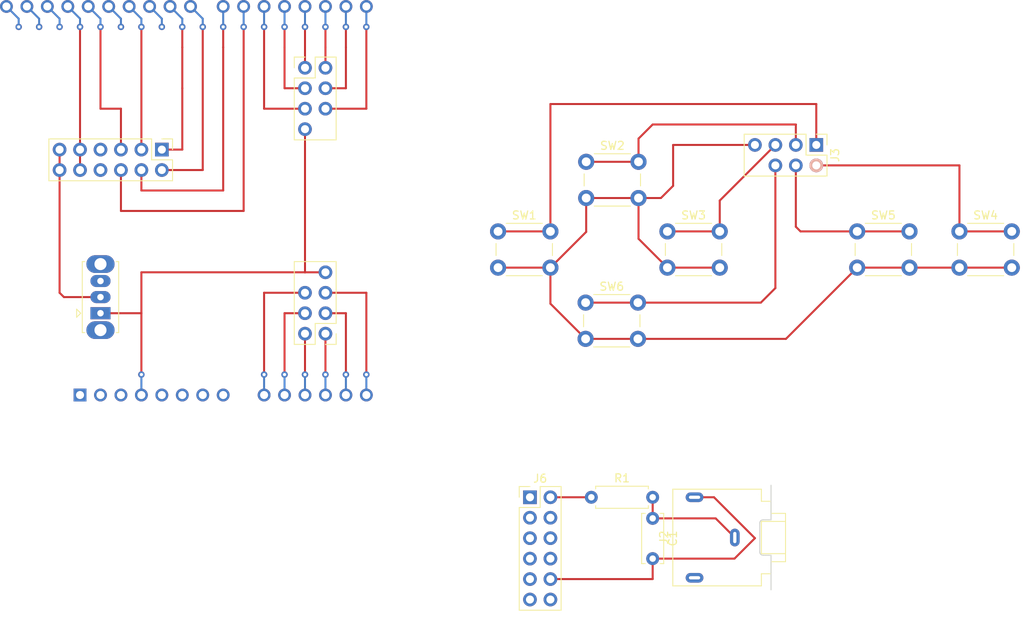
<source format=kicad_pcb>
(kicad_pcb (version 20221018) (generator pcbnew)
  (layers (0 "F.Cu" signal) (31 "B.Cu" signal) (34 "B.Paste" user) (35 "F.Paste" user) (36 "B.SilkS" user "B.Silkscreen") (37 "F.SilkS" user "F.Silkscreen") (38 "B.Mask" user) (39 "F.Mask" user) (44 "Edge.Cuts" user))
  (net 0 "")
  (net 4 "VCC")
  (net 6 "GND")
  (net 8 "unused")
  (net 9 "PPU_HBLANK")
  (net 10 "SPI_SR")
  (net 11 "PPU_VBLANK")
  (net 12 "unconnected-(A1-D10-Pad25)")
  (net 13 "SPI_MOSI")
  (net 14 "unconnected-(A1-D12-Pad27)")
  (net 15 "SPI_CLK")
  (net 16 "unconnected-(A1-AREF-Pad30)")
  (net 17 "unconnected-(A1-SDA{slash}A4-Pad31)")
  (net 18 "unconnected-(A1-SCL{slash}A5-Pad32)")
  (net 19 "Net-(C1-Pad1)")
  (net 21 "Net-(J1-Pin_12)")
  (net 29 "Net-(J6-Pin_7)")
  (net 34 "Net-(J3-UP)")
  (net 35 "Net-(J3-DOWN)")
  (net 36 "Net-(J3-LEFT)")
  (net 37 "Net-(J3-VCC)")
  (net 38 "Net-(J3-RIGHT)")
  (net 39 "Net-(J3-PRIMARY)")
  (net 40 "Net-(J3-SECONDARY)")
  (net 41 "GP_P1_BUT_2")
  (net 42 "GP_P1_BUT_1")
  (net 43 "GP_P1_RIGHT")
  (net 44 "GP_P1_LEFT")
  (net 45 "GP_P1_DOWN")
  (net 46 "GP_P1_UP")
  (net 47 "GP_P2_UP")
  (net 48 "GP_P2_DOWN")
  (net 49 "GP_P2_LEFT")
  (net 50 "GP_P2_RIGHT")
  (net 51 "GP_P2_BUT_1")
  (net 52 "GP_P2_BUT_2")
  (footprint "Connector_PinHeader_2.54mm:PinHeader_2x06_P2.54mm_Vertical" (layer "F.Cu") (at 38.1 35.56 -90)
    (fp_text reference "J1" hide)
    (fp_text value "BASYS_JA" hide)
    (fp_line (start -1.33 -1.33) (end 0 -1.33) (stroke (width 0.12)) (layer "F.SilkS"))
    (fp_line (start -1.33 0) (end -1.33 -1.33) (stroke (width 0.12)) (layer "F.SilkS"))
    (fp_line (start -1.33 1.27) (end -1.33 14.03) (stroke (width 0.12)) (layer "F.SilkS"))
    (fp_line (start -1.33 1.27) (end 1.27 1.27) (stroke (width 0.12)) (layer "F.SilkS"))
    (fp_line (start -1.33 14.03) (end 3.87 14.03) (stroke (width 0.12)) (layer "F.SilkS"))
    (fp_line (start 1.27 -1.33) (end 3.87 -1.33) (stroke (width 0.12)) (layer "F.SilkS"))
    (fp_line (start 1.27 1.27) (end 1.27 -1.33) (stroke (width 0.12)) (layer "F.SilkS"))
    (fp_line (start 3.87 -1.33) (end 3.87 14.03) (stroke (width 0.12)) (layer "F.SilkS"))
    (pad "1" thru_hole rect (at 0 0 270) (size 1.7 1.7) (drill 1) (layers "*.Cu" "*.Mask") (net 11 "PPU_VBLANK"))
    (pad "2" thru_hole oval (at 0 2.54 270) (size 1.7 1.7) (drill 1) (layers "*.Cu" "*.Mask") (net 13 "SPI_MOSI"))
    (pad "3" thru_hole oval (at 0 5.08 270) (size 1.7 1.7) (drill 1) (layers "*.Cu" "*.Mask") (net 15 "SPI_CLK"))
    (pad "4" thru_hole oval (at 0 7.62 270) (size 1.7 1.7) (drill 1) (layers "*.Cu" "*.Mask"))
    (pad "5" thru_hole oval (at 0 10.16 270) (size 1.7 1.7) (drill 1) (layers "*.Cu" "*.Mask") (net 6 "GND"))
    (pad "6" thru_hole oval (at 0 12.7 270) (size 1.7 1.7) (drill 1) (layers "*.Cu" "*.Mask") (net 21 "Net-(J1-Pin_12)"))
    (pad "7" thru_hole oval (at 2.54 0 270) (size 1.7 1.7) (drill 1) (layers "*.Cu" "*.Mask") (net 10 "SPI_SR"))
    (pad "8" thru_hole oval (at 2.54 2.54 270) (size 1.7 1.7) (drill 1) (layers "*.Cu" "*.Mask") (net 9 "PPU_HBLANK"))
    (pad "9" thru_hole oval (at 2.54 5.08 270) (size 1.7 1.7) (drill 1) (layers "*.Cu" "*.Mask") (net 8 "unused"))
    (pad "10" thru_hole oval (at 2.54 7.62 270) (size 1.7 1.7) (drill 1) (layers "*.Cu" "*.Mask"))
    (pad "11" thru_hole oval (at 2.54 10.16 270) (size 1.7 1.7) (drill 1) (layers "*.Cu" "*.Mask") (net 6 "GND"))
    (pad "12" thru_hole oval (at 2.54 12.7 270) (size 1.7 1.7) (drill 1) (layers "*.Cu" "*.Mask") (net 21 "Net-(J1-Pin_12)"))
  )
  (footprint "Button_Switch_THT:SW_PUSH_6mm" (layer "F.Cu") (at 79.86 45.72)
    (fp_text reference "SW1" (at 3.25 -2) (layer "F.SilkS"))
    (fp_text value "LEFT")
    (fp_line (start -0.25 1.5) (end -0.25 3) (stroke (width 0.12)) (layer "F.SilkS"))
    (fp_line (start 1 5.5) (end 5.5 5.5) (stroke (width 0.12)) (layer "F.SilkS"))
    (fp_line (start 5.5 -1) (end 1 -1) (stroke (width 0.12)) (layer "F.SilkS"))
    (fp_line (start 6.75 3) (end 6.75 1.5) (stroke (width 0.12)) (layer "F.SilkS"))
    (pad "1" thru_hole circle (at 0 0 90) (size 2 2) (drill 1.1) (layers "*.Cu" "*.Mask") (net 34 "Net-(J3-UP)"))
    (pad "1" thru_hole circle (at 6.5 0 90) (size 2 2) (drill 1.1) (layers "*.Cu" "*.Mask") (net 34 "Net-(J3-UP)"))
    (pad "2" thru_hole circle (at 0 4.5 90) (size 2 2) (drill 1.1) (layers "*.Cu" "*.Mask") (net 37 "Net-(J3-VCC)"))
    (pad "2" thru_hole circle (at 6.5 4.5 90) (size 2 2) (drill 1.1) (layers "*.Cu" "*.Mask") (net 37 "Net-(J3-VCC)"))
  )
  (footprint "Connector_PinHeader_2.54mm:PinHeader_2x04_P2.54mm_Vertical" (layer "F.Cu") (at 58.42 58.42 180)
    (fp_text reference "J8" hide)
    (fp_text value "GAMEPAD_2" hide)
    (fp_line (start -1.33 -1.33) (end 0 -1.33) (stroke (width 0.12)) (layer "F.SilkS"))
    (fp_line (start -1.33 0) (end -1.33 -1.33) (stroke (width 0.12)) (layer "F.SilkS"))
    (fp_line (start -1.33 1.27) (end -1.33 8.95) (stroke (width 0.12)) (layer "F.SilkS"))
    (fp_line (start -1.33 1.27) (end 1.27 1.27) (stroke (width 0.12)) (layer "F.SilkS"))
    (fp_line (start -1.33 8.95) (end 3.87 8.95) (stroke (width 0.12)) (layer "F.SilkS"))
    (fp_line (start 1.27 -1.33) (end 3.87 -1.33) (stroke (width 0.12)) (layer "F.SilkS"))
    (fp_line (start 1.27 1.27) (end 1.27 -1.33) (stroke (width 0.12)) (layer "F.SilkS"))
    (fp_line (start 3.87 -1.33) (end 3.87 8.95) (stroke (width 0.12)) (layer "F.SilkS"))
    (pad "1" thru_hole circle (at 0 0 180) (size 1.7 1.7) (drill 1) (layers "*.Cu" "*.Mask") (net 49 "GP_P2_LEFT"))
    (pad "2" thru_hole oval (at 0 2.54 180) (size 1.7 1.7) (drill 1) (layers "*.Cu" "*.Mask") (net 47 "GP_P2_UP"))
    (pad "3" thru_hole oval (at 0 5.08 180) (size 1.7 1.7) (drill 1) (layers "*.Cu" "*.Mask") (net 50 "GP_P2_RIGHT"))
    (pad "4" thru_hole oval (at 0 7.62 180) (size 1.7 1.7) (drill 1) (layers "*.Cu" "*.Mask") (net 4 "VCC"))
    (pad "5" thru_hole oval (at 2.54 0 180) (size 1.7 1.7) (drill 1) (layers "*.Cu" "*.Mask") (net 51 "GP_P2_BUT_1"))
    (pad "6" thru_hole oval (at 2.54 2.54 180) (size 1.7 1.7) (drill 1) (layers "*.Cu" "*.Mask") (net 52 "GP_P2_BUT_2"))
    (pad "7" thru_hole oval (at 2.54 5.08 180) (size 1.7 1.7) (drill 1) (layers "*.Cu" "*.Mask") (net 48 "GP_P2_DOWN"))
  )
  (footprint "Button_Switch_THT:SW_PUSH_6mm" (layer "F.Cu") (at 137.16 45.72)
    (fp_text reference "SW4" (at 3.25 -2) (layer "F.SilkS"))
    (fp_text value "PRIMARY")
    (fp_line (start -0.25 1.5) (end -0.25 3) (stroke (width 0.12)) (layer "F.SilkS"))
    (fp_line (start 1 5.5) (end 5.5 5.5) (stroke (width 0.12)) (layer "F.SilkS"))
    (fp_line (start 5.5 -1) (end 1 -1) (stroke (width 0.12)) (layer "F.SilkS"))
    (fp_line (start 6.75 3) (end 6.75 1.5) (stroke (width 0.12)) (layer "F.SilkS"))
    (pad "1" thru_hole circle (at 0 0 90) (size 2 2) (drill 1.1) (layers "*.Cu" "*.Mask") (net 38 "Net-(J3-RIGHT)"))
    (pad "1" thru_hole circle (at 6.5 0 90) (size 2 2) (drill 1.1) (layers "*.Cu" "*.Mask") (net 38 "Net-(J3-RIGHT)"))
    (pad "2" thru_hole circle (at 0 4.5 90) (size 2 2) (drill 1.1) (layers "*.Cu" "*.Mask") (net 37 "Net-(J3-VCC)"))
    (pad "2" thru_hole circle (at 6.5 4.5 90) (size 2 2) (drill 1.1) (layers "*.Cu" "*.Mask") (net 37 "Net-(J3-VCC)"))
  )
  (footprint "Connector_Audio:Jack_3.5mm_CUI_SJ1-3523N_Horizontal" (layer "F.Cu") (at 109.26 83.74 90)
    (fp_text reference "J2" (at 0 -8.8 90) (layer "F.SilkS"))
    (fp_text value "AudioJack2")
    (fp_line (start -6 -7.7) (end 6 -7.7) (stroke (width 0.12)) (layer "F.SilkS"))
    (fp_line (start -6 3.3) (end -6 -7.7) (stroke (width 0.12)) (layer "F.SilkS"))
    (fp_line (start -4.5 3.3) (end -6 3.3) (stroke (width 0.12)) (layer "F.SilkS"))
    (fp_line (start -4.5 4.5) (end -4.5 3.3) (stroke (width 0.12)) (layer "F.SilkS"))
    (fp_line (start -3 4.5) (end -4.5 4.5) (stroke (width 0.12)) (layer "F.SilkS"))
    (fp_line (start -3 6.3) (end -3 4.5) (stroke (width 0.12)) (layer "F.SilkS"))
    (fp_line (start -2 3.3) (end -2 6.3) (stroke (width 0.12)) (layer "F.SilkS"))
    (fp_line (start 2 3.3) (end -2 3.3) (stroke (width 0.12)) (layer "F.SilkS"))
    (fp_line (start 2 6.3) (end 2 3.3) (stroke (width 0.12)) (layer "F.SilkS"))
    (fp_line (start 3 4.5) (end 3 6.3) (stroke (width 0.12)) (layer "F.SilkS"))
    (fp_line (start 3 6.3) (end -3 6.3) (stroke (width 0.12)) (layer "F.SilkS"))
    (fp_line (start 4.5 3.3) (end 4.5 4.5) (stroke (width 0.12)) (layer "F.SilkS"))
    (fp_line (start 4.5 4.5) (end 3 4.5) (stroke (width 0.12)) (layer "F.SilkS"))
    (fp_line (start 6 -7.7) (end 6 3.3) (stroke (width 0.12)) (layer "F.SilkS"))
    (fp_line (start 6 3.3) (end 4.5 3.3) (stroke (width 0.12)) (layer "F.SilkS"))
    (fp_line (start -2.2 3.5) (end -2.2 4.5) (stroke (width 0.12)) (layer "Edge.Cuts"))
    (fp_line (start -2.2 4.5) (end -6.5 4.5) (stroke (width 0.12)) (layer "Edge.Cuts"))
    (fp_line (start 1.8 3.1) (end -1.8 3.1) (stroke (width 0.12)) (layer "Edge.Cuts"))
    (fp_line (start 2.2 3.5) (end 2.2 4.5) (stroke (width 0.12)) (layer "Edge.Cuts"))
    (fp_line (start 2.2 4.5) (end 6.5 4.5) (stroke (width 0.12)) (layer "Edge.Cuts"))
    (fp_arc (start -2.2 3.5) (mid -2.082842 3.217158) (end -1.8 3.1) (stroke (width 0.12)) (layer "Edge.Cuts"))
    (fp_arc (start 1.8 3.1) (mid 2.082843 3.217157) (end 2.2 3.5) (stroke (width 0.12)) (layer "Edge.Cuts"))
    (pad "" np_thru_hole circle (at -5 0 90) (size 1.2 1.2) (drill 1.2) (layers "*.Cu"))
    (pad "" np_thru_hole circle (at -5 2.5 90) (size 1.2 1.2) (drill 1.2) (layers "*.Cu"))
    (pad "" np_thru_hole circle (at 0 -5 90) (size 1.2 1.2) (drill 1.2) (layers "*.Cu"))
    (pad "" np_thru_hole circle (at 5 0 90) (size 1.2 1.2) (drill 1.2) (layers "*.Cu"))
    (pad "" np_thru_hole circle (at 5 2.5 90) (size 1.2 1.2) (drill 1.2) (layers "*.Cu"))
    (pad "R" thru_hole oval (at -5 -5 90) (size 1.2 2.2) (drill oval 0.4 1.4) (layers "*.Cu" "*.Mask"))
    (pad "S" thru_hole oval (at 0 0 90) (size 2.2 1.2) (drill oval 1.4 0.4) (layers "*.Cu" "*.Mask") (net 19 "Net-(C1-Pad1)"))
    (pad "T" thru_hole oval (at 5 -5 270) (size 1.2 2.2) (drill oval 0.4 1.4) (layers "*.Cu" "*.Mask") (net 6 "GND"))
  )
  (footprint "Resistor_THT:R_Axial_DIN0207_L6.3mm_D2.5mm_P7.62mm_Horizontal" (layer "F.Cu") (at 91.44 78.74)
    (fp_text reference "R1" (at 3.81 -2.37) (layer "F.SilkS"))
    (fp_text value "R")
    (fp_line (start 0.54 -1.37) (end 7.08 -1.37) (stroke (width 0.12)) (layer "F.SilkS"))
    (fp_line (start 0.54 -1.04) (end 0.54 -1.37) (stroke (width 0.12)) (layer "F.SilkS"))
    (fp_line (start 0.54 1.04) (end 0.54 1.37) (stroke (width 0.12)) (layer "F.SilkS"))
    (fp_line (start 0.54 1.37) (end 7.08 1.37) (stroke (width 0.12)) (layer "F.SilkS"))
    (fp_line (start 7.08 -1.37) (end 7.08 -1.04) (stroke (width 0.12)) (layer "F.SilkS"))
    (fp_line (start 7.08 1.37) (end 7.08 1.04) (stroke (width 0.12)) (layer "F.SilkS"))
    (pad "1" thru_hole circle (at 0 0) (size 1.6 1.6) (drill 0.8) (layers "*.Cu" "*.Mask") (net 29 "Net-(J6-Pin_7)"))
    (pad "2" thru_hole oval (at 7.62 0) (size 1.6 1.6) (drill 0.8) (layers "*.Cu" "*.Mask") (net 19 "Net-(C1-Pad1)"))
  )
  (footprint "Capacitor_THT:C_Disc_D6.0mm_W2.5mm_P5.00mm" (layer "F.Cu") (at 99.06 81.36 -90)
    (fp_text reference "C1" (at 2.5 -2.5 90) (layer "F.SilkS"))
    (fp_text value "C")
    (fp_line (start -0.62 -1.37) (end -0.62 -0.925) (stroke (width 0.12)) (layer "F.SilkS"))
    (fp_line (start -0.62 -1.37) (end 5.62 -1.37) (stroke (width 0.12)) (layer "F.SilkS"))
    (fp_line (start -0.62 0.925) (end -0.62 1.37) (stroke (width 0.12)) (layer "F.SilkS"))
    (fp_line (start -0.62 1.37) (end 5.62 1.37) (stroke (width 0.12)) (layer "F.SilkS"))
    (fp_line (start 5.62 -1.37) (end 5.62 -0.925) (stroke (width 0.12)) (layer "F.SilkS"))
    (fp_line (start 5.62 0.925) (end 5.62 1.37) (stroke (width 0.12)) (layer "F.SilkS"))
    (pad "1" thru_hole circle (at 0 0 270) (size 1.6 1.6) (drill 0.8) (layers "*.Cu" "*.Mask") (net 19 "Net-(C1-Pad1)"))
    (pad "2" thru_hole circle (at 5 0 270) (size 1.6 1.6) (drill 0.8) (layers "*.Cu" "*.Mask") (net 6 "GND"))
  )
  (footprint "Connector_PinHeader_2.54mm:PinHeader_2x06_P2.54mm_Vertical" (layer "F.Cu") (at 83.82 78.74)
    (fp_text reference "J6" (at 1.27 -2.33) (layer "F.SilkS"))
    (fp_text value "BASYS_JB")
    (fp_line (start -1.33 -1.33) (end 0 -1.33) (stroke (width 0.12)) (layer "F.SilkS"))
    (fp_line (start -1.33 0) (end -1.33 -1.33) (stroke (width 0.12)) (layer "F.SilkS"))
    (fp_line (start -1.33 1.27) (end -1.33 14.03) (stroke (width 0.12)) (layer "F.SilkS"))
    (fp_line (start -1.33 1.27) (end 1.27 1.27) (stroke (width 0.12)) (layer "F.SilkS"))
    (fp_line (start -1.33 14.03) (end 3.87 14.03) (stroke (width 0.12)) (layer "F.SilkS"))
    (fp_line (start 1.27 -1.33) (end 3.87 -1.33) (stroke (width 0.12)) (layer "F.SilkS"))
    (fp_line (start 1.27 1.27) (end 1.27 -1.33) (stroke (width 0.12)) (layer "F.SilkS"))
    (fp_line (start 3.87 -1.33) (end 3.87 14.03) (stroke (width 0.12)) (layer "F.SilkS"))
    (pad "1" thru_hole rect (at 0 0) (size 1.7 1.7) (drill 1) (layers "*.Cu" "*.Mask"))
    (pad "2" thru_hole oval (at 0 2.54) (size 1.7 1.7) (drill 1) (layers "*.Cu" "*.Mask"))
    (pad "3" thru_hole oval (at 0 5.08) (size 1.7 1.7) (drill 1) (layers "*.Cu" "*.Mask"))
    (pad "4" thru_hole oval (at 0 7.62) (size 1.7 1.7) (drill 1) (layers "*.Cu" "*.Mask"))
    (pad "5" thru_hole oval (at 0 10.16) (size 1.7 1.7) (drill 1) (layers "*.Cu" "*.Mask") (net 6 "GND"))
    (pad "6" thru_hole oval (at 0 12.7) (size 1.7 1.7) (drill 1) (layers "*.Cu" "*.Mask"))
    (pad "7" thru_hole oval (at 2.54 0) (size 1.7 1.7) (drill 1) (layers "*.Cu" "*.Mask") (net 29 "Net-(J6-Pin_7)"))
    (pad "8" thru_hole oval (at 2.54 2.54) (size 1.7 1.7) (drill 1) (layers "*.Cu" "*.Mask"))
    (pad "9" thru_hole oval (at 2.54 5.08) (size 1.7 1.7) (drill 1) (layers "*.Cu" "*.Mask"))
    (pad "10" thru_hole oval (at 2.54 7.62) (size 1.7 1.7) (drill 1) (layers "*.Cu" "*.Mask"))
    (pad "11" thru_hole oval (at 2.54 10.16) (size 1.7 1.7) (drill 1) (layers "*.Cu" "*.Mask") (net 6 "GND"))
    (pad "12" thru_hole oval (at 2.54 12.7) (size 1.7 1.7) (drill 1) (layers "*.Cu" "*.Mask"))
  )
  (footprint "Button_Switch_THT:SW_PUSH_6mm" (layer "F.Cu") (at 90.73 54.565)
    (fp_text reference "SW6" (at 3.25 -2) (layer "F.SilkS"))
    (fp_text value "DOWN")
    (fp_line (start -0.25 1.5) (end -0.25 3) (stroke (width 0.12)) (layer "F.SilkS"))
    (fp_line (start 1 5.5) (end 5.5 5.5) (stroke (width 0.12)) (layer "F.SilkS"))
    (fp_line (start 5.5 -1) (end 1 -1) (stroke (width 0.12)) (layer "F.SilkS"))
    (fp_line (start 6.75 3) (end 6.75 1.5) (stroke (width 0.12)) (layer "F.SilkS"))
    (pad "1" thru_hole circle (at 0 0 90) (size 2 2) (drill 1.1) (layers "*.Cu" "*.Mask") (net 40 "Net-(J3-SECONDARY)"))
    (pad "1" thru_hole circle (at 6.5 0 90) (size 2 2) (drill 1.1) (layers "*.Cu" "*.Mask") (net 40 "Net-(J3-SECONDARY)"))
    (pad "2" thru_hole circle (at 0 4.5 90) (size 2 2) (drill 1.1) (layers "*.Cu" "*.Mask") (net 37 "Net-(J3-VCC)"))
    (pad "2" thru_hole circle (at 6.5 4.5 90) (size 2 2) (drill 1.1) (layers "*.Cu" "*.Mask") (net 37 "Net-(J3-VCC)"))
  )
  (footprint "Button_Switch_THT:SW_PUSH_6mm" (layer "F.Cu") (at 90.8025 37.075)
    (fp_text reference "SW2" (at 3.25 -2) (layer "F.SilkS"))
    (fp_text value "UP")
    (fp_line (start -0.25 1.5) (end -0.25 3) (stroke (width 0.12)) (layer "F.SilkS"))
    (fp_line (start 1 5.5) (end 5.5 5.5) (stroke (width 0.12)) (layer "F.SilkS"))
    (fp_line (start 5.5 -1) (end 1 -1) (stroke (width 0.12)) (layer "F.SilkS"))
    (fp_line (start 6.75 3) (end 6.75 1.5) (stroke (width 0.12)) (layer "F.SilkS"))
    (pad "1" thru_hole circle (at 0 0 90) (size 2 2) (drill 1.1) (layers "*.Cu" "*.Mask") (net 35 "Net-(J3-DOWN)"))
    (pad "1" thru_hole circle (at 6.5 0 90) (size 2 2) (drill 1.1) (layers "*.Cu" "*.Mask") (net 35 "Net-(J3-DOWN)"))
    (pad "2" thru_hole circle (at 0 4.5 90) (size 2 2) (drill 1.1) (layers "*.Cu" "*.Mask") (net 37 "Net-(J3-VCC)"))
    (pad "2" thru_hole circle (at 6.5 4.5 90) (size 2 2) (drill 1.1) (layers "*.Cu" "*.Mask") (net 37 "Net-(J3-VCC)"))
  )
  (footprint "Button_Switch_THT:SW_PUSH_6mm" (layer "F.Cu") (at 124.46 45.72)
    (fp_text reference "SW5" (at 3.25 -2) (layer "F.SilkS"))
    (fp_text value "SECONDARY")
    (fp_line (start -0.25 1.5) (end -0.25 3) (stroke (width 0.12)) (layer "F.SilkS"))
    (fp_line (start 1 5.5) (end 5.5 5.5) (stroke (width 0.12)) (layer "F.SilkS"))
    (fp_line (start 5.5 -1) (end 1 -1) (stroke (width 0.12)) (layer "F.SilkS"))
    (fp_line (start 6.75 3) (end 6.75 1.5) (stroke (width 0.12)) (layer "F.SilkS"))
    (pad "1" thru_hole circle (at 0 0 90) (size 2 2) (drill 1.1) (layers "*.Cu" "*.Mask") (net 39 "Net-(J3-PRIMARY)"))
    (pad "1" thru_hole circle (at 6.5 0 90) (size 2 2) (drill 1.1) (layers "*.Cu" "*.Mask") (net 39 "Net-(J3-PRIMARY)"))
    (pad "2" thru_hole circle (at 0 4.5 90) (size 2 2) (drill 1.1) (layers "*.Cu" "*.Mask") (net 37 "Net-(J3-VCC)"))
    (pad "2" thru_hole circle (at 6.5 4.5 90) (size 2 2) (drill 1.1) (layers "*.Cu" "*.Mask") (net 37 "Net-(J3-VCC)"))
  )
  (footprint "Button_Switch_THT:SW_Slide_1P2T_CK_OS102011MS2Q" (layer "F.Cu") (at 30.48 55.88 90)
    (fp_text reference "SW7" hide)
    (fp_text value "STM_PWR_SOURCE" hide)
    (fp_line (start -2.41 -2.26) (end 6.41 -2.26) (stroke (width 0.12)) (layer "F.SilkS"))
    (fp_line (start -2.41 -1.95) (end -2.41 -2.26) (stroke (width 0.12)) (layer "F.SilkS"))
    (fp_line (start -2.41 2.26) (end -2.41 1.95) (stroke (width 0.12)) (layer "F.SilkS"))
    (fp_line (start -0.5 -2.96) (end 0 -2.46) (stroke (width 0.12)) (layer "F.SilkS"))
    (fp_line (start 0 -2.46) (end 0.5 -2.96) (stroke (width 0.12)) (layer "F.SilkS"))
    (fp_line (start 0.5 -2.96) (end -0.5 -2.96) (stroke (width 0.12)) (layer "F.SilkS"))
    (fp_line (start 6.41 -2.26) (end 6.41 -1.95) (stroke (width 0.12)) (layer "F.SilkS"))
    (fp_line (start 6.41 2.26) (end -2.41 2.26) (stroke (width 0.12)) (layer "F.SilkS"))
    (fp_line (start 6.41 2.26) (end 6.41 1.95) (stroke (width 0.12)) (layer "F.SilkS"))
    (pad "" thru_hole oval (at -2.1 0 90) (size 2.2 3.5) (drill 1.5) (layers "*.Cu" "*.Mask"))
    (pad "" thru_hole oval (at 6.1 0 90) (size 2.2 3.5) (drill 1.5) (layers "*.Cu" "*.Mask"))
    (pad "1" thru_hole rect (at 0 0 90) (size 1.5 2.5) (drill 0.8) (layers "*.Cu" "*.Mask") (net 4 "VCC"))
    (pad "2" thru_hole oval (at 2 0 90) (size 1.5 2.5) (drill 0.8) (layers "*.Cu" "*.Mask") (net 21 "Net-(J1-Pin_12)"))
    (pad "3" thru_hole oval (at 4 0 90) (size 1.5 2.5) (drill 0.8) (layers "*.Cu" "*.Mask"))
  )
  (footprint "Connector_PinHeader_2.54mm:PinHeader_2x04_P2.54mm_Vertical" (layer "F.Cu") (at 119.38 34.98 -90)
    (fp_text reference "J3" (at 1.27 -2.33 90) (layer "F.SilkS"))
    (fp_text value "GAMEPAD")
    (fp_line (start -1.33 -1.33) (end 0 -1.33) (stroke (width 0.12)) (layer "F.SilkS"))
    (fp_line (start -1.33 0) (end -1.33 -1.33) (stroke (width 0.12)) (layer "F.SilkS"))
    (fp_line (start -1.33 1.27) (end -1.33 8.95) (stroke (width 0.12)) (layer "F.SilkS"))
    (fp_line (start -1.33 1.27) (end 1.27 1.27) (stroke (width 0.12)) (layer "F.SilkS"))
    (fp_line (start -1.33 8.95) (end 3.87 8.95) (stroke (width 0.12)) (layer "F.SilkS"))
    (fp_line (start 1.27 -1.33) (end 3.87 -1.33) (stroke (width 0.12)) (layer "F.SilkS"))
    (fp_line (start 1.27 1.27) (end 1.27 -1.33) (stroke (width 0.12)) (layer "F.SilkS"))
    (fp_line (start 3.87 -1.33) (end 3.87 8.95) (stroke (width 0.12)) (layer "F.SilkS"))
    (pad "1" thru_hole rect (at 0 0 270) (size 1.7 1.7) (drill 1) (layers "*.Cu" "*.Mask") (net 34 "Net-(J3-UP)"))
    (pad "2" thru_hole oval (at 0 2.54 270) (size 1.7 1.7) (drill 1) (layers "*.Cu" "*.Mask") (net 35 "Net-(J3-DOWN)"))
    (pad "3" thru_hole oval (at 0 5.08 270) (size 1.7 1.7) (drill 1) (layers "*.Cu" "*.Mask") (net 36 "Net-(J3-LEFT)"))
    (pad "4" thru_hole oval (at 0 7.62 270) (size 1.7 1.7) (drill 1) (layers "*.Cu" "*.Mask") (net 37 "Net-(J3-VCC)"))
    (pad "5" thru_hole oval (at 2.54 0 270) (size 1.7 1.7) (drill 1) (layers "*.Cu" "*.Mask" "B.SilkS") (net 38 "Net-(J3-RIGHT)"))
    (pad "6" thru_hole oval (at 2.54 2.54 270) (size 1.7 1.7) (drill 1) (layers "*.Cu" "*.Mask") (net 39 "Net-(J3-PRIMARY)"))
    (pad "7" thru_hole oval (at 2.54 5.08 270) (size 1.7 1.7) (drill 1) (layers "*.Cu" "*.Mask") (net 40 "Net-(J3-SECONDARY)"))
  )
  (footprint "Button_Switch_THT:SW_PUSH_6mm" (layer "F.Cu") (at 100.89 45.72)
    (fp_text reference "SW3" (at 3.25 -2) (layer "F.SilkS"))
    (fp_text value "RIGHT")
    (fp_line (start -0.25 1.5) (end -0.25 3) (stroke (width 0.12)) (layer "F.SilkS"))
    (fp_line (start 1 5.5) (end 5.5 5.5) (stroke (width 0.12)) (layer "F.SilkS"))
    (fp_line (start 5.5 -1) (end 1 -1) (stroke (width 0.12)) (layer "F.SilkS"))
    (fp_line (start 6.75 3) (end 6.75 1.5) (stroke (width 0.12)) (layer "F.SilkS"))
    (pad "1" thru_hole circle (at 0 0 90) (size 2 2) (drill 1.1) (layers "*.Cu" "*.Mask") (net 36 "Net-(J3-LEFT)"))
    (pad "1" thru_hole circle (at 6.5 0 90) (size 2 2) (drill 1.1) (layers "*.Cu" "*.Mask") (net 36 "Net-(J3-LEFT)"))
    (pad "2" thru_hole circle (at 0 4.5 90) (size 2 2) (drill 1.1) (layers "*.Cu" "*.Mask") (net 37 "Net-(J3-VCC)"))
    (pad "2" thru_hole circle (at 6.5 4.5 90) (size 2 2) (drill 1.1) (layers "*.Cu" "*.Mask") (net 37 "Net-(J3-VCC)"))
  )
  (footprint "Connector_PinHeader_2.54mm:PinHeader_2x04_P2.54mm_Vertical" (layer "F.Cu") (at 55.88 25.4)
    (fp_text reference "J7" hide)
    (fp_text value "GAMEPAD_1" hide)
    (fp_line (start -1.33 -1.33) (end 0 -1.33) (stroke (width 0.12)) (layer "F.SilkS"))
    (fp_line (start -1.33 0) (end -1.33 -1.33) (stroke (width 0.12)) (layer "F.SilkS"))
    (fp_line (start -1.33 1.27) (end -1.33 8.95) (stroke (width 0.12)) (layer "F.SilkS"))
    (fp_line (start -1.33 1.27) (end 1.27 1.27) (stroke (width 0.12)) (layer "F.SilkS"))
    (fp_line (start -1.33 8.95) (end 3.87 8.95) (stroke (width 0.12)) (layer "F.SilkS"))
    (fp_line (start 1.27 -1.33) (end 3.87 -1.33) (stroke (width 0.12)) (layer "F.SilkS"))
    (fp_line (start 1.27 1.27) (end 1.27 -1.33) (stroke (width 0.12)) (layer "F.SilkS"))
    (fp_line (start 3.87 -1.33) (end 3.87 8.95) (stroke (width 0.12)) (layer "F.SilkS"))
    (pad "1" thru_hole circle (at 0 0) (size 1.7 1.7) (drill 1) (layers "*.Cu" "*.Mask") (net 44 "GP_P1_LEFT"))
    (pad "2" thru_hole oval (at 0 2.54) (size 1.7 1.7) (drill 1) (layers "*.Cu" "*.Mask") (net 46 "GP_P1_UP"))
    (pad "3" thru_hole oval (at 0 5.08) (size 1.7 1.7) (drill 1) (layers "*.Cu" "*.Mask") (net 43 "GP_P1_RIGHT"))
    (pad "4" thru_hole oval (at 0 7.62) (size 1.7 1.7) (drill 1) (layers "*.Cu" "*.Mask") (net 4 "VCC"))
    (pad "5" thru_hole oval (at 2.54 0) (size 1.7 1.7) (drill 1) (layers "*.Cu" "*.Mask") (net 42 "GP_P1_BUT_1"))
    (pad "6" thru_hole oval (at 2.54 2.54) (size 1.7 1.7) (drill 1) (layers "*.Cu" "*.Mask") (net 41 "GP_P1_BUT_2"))
    (pad "7" thru_hole oval (at 2.54 5.08) (size 1.7 1.7) (drill 1) (layers "*.Cu" "*.Mask") (net 45 "GP_P1_DOWN"))
  )
  (footprint "Module:Arduino_UNO_R3" (layer "B.Cu") (at 27.94 66.04)
    (fp_text reference "A1" hide)
    (fp_text value "STM32F091RC" hide)
    (pad "1" thru_hole rect (at 0 0 270) (size 1.6 1.6) (drill 1) (layers "*.Cu" "*.Mask"))
    (pad "2" thru_hole oval (at 2.54 0 270) (size 1.6 1.6) (drill 1) (layers "*.Cu" "*.Mask"))
    (pad "3" thru_hole oval (at 5.08 0 270) (size 1.6 1.6) (drill 1) (layers "*.Cu" "*.Mask"))
    (pad "4" thru_hole oval (at 7.62 0 270) (size 1.6 1.6) (drill 1) (layers "*.Cu" "*.Mask") (net 4 "VCC"))
    (pad "5" thru_hole oval (at 10.16 0 270) (size 1.6 1.6) (drill 1) (layers "*.Cu" "*.Mask"))
    (pad "6" thru_hole oval (at 12.7 0 270) (size 1.6 1.6) (drill 1) (layers "*.Cu" "*.Mask") (net 6 "GND"))
    (pad "7" thru_hole oval (at 15.24 0 270) (size 1.6 1.6) (drill 1) (layers "*.Cu" "*.Mask") (net 6 "GND"))
    (pad "8" thru_hole oval (at 17.78 0 270) (size 1.6 1.6) (drill 1) (layers "*.Cu" "*.Mask"))
    (pad "9" thru_hole oval (at 22.86 0 270) (size 1.6 1.6) (drill 1) (layers "*.Cu" "*.Mask") (net 48 "GP_P2_DOWN"))
    (pad "10" thru_hole oval (at 25.4 0 270) (size 1.6 1.6) (drill 1) (layers "*.Cu" "*.Mask") (net 52 "GP_P2_BUT_2"))
    (pad "11" thru_hole oval (at 27.94 0 270) (size 1.6 1.6) (drill 1) (layers "*.Cu" "*.Mask") (net 51 "GP_P2_BUT_1"))
    (pad "12" thru_hole oval (at 30.48 0 270) (size 1.6 1.6) (drill 1) (layers "*.Cu" "*.Mask") (net 49 "GP_P2_LEFT"))
    (pad "13" thru_hole oval (at 33.02 0 270) (size 1.6 1.6) (drill 1) (layers "*.Cu" "*.Mask") (net 47 "GP_P2_UP"))
    (pad "14" thru_hole oval (at 35.56 0 270) (size 1.6 1.6) (drill 1) (layers "*.Cu" "*.Mask") (net 50 "GP_P2_RIGHT"))
    (pad "15" thru_hole oval (at 35.56 -48.26 270) (size 1.6 1.6) (drill 1) (layers "*.Cu" "*.Mask") (net 45 "GP_P1_DOWN"))
    (pad "16" thru_hole oval (at 33.02 -48.26 270) (size 1.6 1.6) (drill 1) (layers "*.Cu" "*.Mask") (net 41 "GP_P1_BUT_2"))
    (pad "17" thru_hole oval (at 30.48 -48.26 270) (size 1.6 1.6) (drill 1) (layers "*.Cu" "*.Mask") (net 42 "GP_P1_BUT_1"))
    (pad "18" thru_hole oval (at 27.94 -48.26 270) (size 1.6 1.6) (drill 1) (layers "*.Cu" "*.Mask") (net 44 "GP_P1_LEFT"))
    (pad "19" thru_hole oval (at 25.4 -48.26 270) (size 1.6 1.6) (drill 1) (layers "*.Cu" "*.Mask") (net 46 "GP_P1_UP"))
    (pad "20" thru_hole oval (at 22.86 -48.26 270) (size 1.6 1.6) (drill 1) (layers "*.Cu" "*.Mask") (net 43 "GP_P1_RIGHT"))
    (pad "21" thru_hole oval (at 20.32 -48.26 270) (size 1.6 1.6) (drill 1) (layers "*.Cu" "*.Mask") (net 8 "unused"))
    (pad "22" thru_hole oval (at 17.78 -48.26 270) (size 1.6 1.6) (drill 1) (layers "*.Cu" "*.Mask") (net 9 "PPU_HBLANK"))
    (pad "23" thru_hole oval (at 13.72 -48.26 270) (size 1.6 1.6) (drill 1) (layers "*.Cu" "*.Mask") (net 10 "SPI_SR"))
    (pad "24" thru_hole oval (at 11.18 -48.26 270) (size 1.6 1.6) (drill 1) (layers "*.Cu" "*.Mask") (net 11 "PPU_VBLANK"))
    (pad "25" thru_hole oval (at 8.64 -48.26 270) (size 1.6 1.6) (drill 1) (layers "*.Cu" "*.Mask") (net 12 "unconnected-(A1-D10-Pad25)"))
    (pad "26" thru_hole oval (at 6.1 -48.26 270) (size 1.6 1.6) (drill 1) (layers "*.Cu" "*.Mask") (net 13 "SPI_MOSI"))
    (pad "27" thru_hole oval (at 3.56 -48.26 270) (size 1.6 1.6) (drill 1) (layers "*.Cu" "*.Mask") (net 14 "unconnected-(A1-D12-Pad27)"))
    (pad "28" thru_hole oval (at 1.02 -48.26 270) (size 1.6 1.6) (drill 1) (layers "*.Cu" "*.Mask") (net 15 "SPI_CLK"))
    (pad "29" thru_hole oval (at -1.52 -48.26 270) (size 1.6 1.6) (drill 1) (layers "*.Cu" "*.Mask") (net 6 "GND"))
    (pad "30" thru_hole oval (at -4.06 -48.26 270) (size 1.6 1.6) (drill 1) (layers "*.Cu" "*.Mask") (net 16 "unconnected-(A1-AREF-Pad30)"))
    (pad "31" thru_hole oval (at -6.6 -48.26 270) (size 1.6 1.6) (drill 1) (layers "*.Cu" "*.Mask") (net 17 "unconnected-(A1-SDA{slash}A4-Pad31)"))
    (pad "32" thru_hole oval (at -9.14 -48.26 270) (size 1.6 1.6) (drill 1) (layers "*.Cu" "*.Mask") (net 18 "unconnected-(A1-SCL{slash}A5-Pad32)"))
  )
  (segment (start 30.48 55.88) (end 35.56 55.88) (width 0.25) (layer "F.Cu") (net 4))
  (segment (start 55.88 50.8) (end 58.42 50.8) (width 0.25) (layer "F.Cu") (net 4))
  (segment (start 35.56 50.8) (end 55.88 50.8) (width 0.25) (layer "F.Cu") (net 4))
  (segment (start 55.88 50.8) (end 55.88 33.02) (width 0.25) (layer "F.Cu") (net 4))
  (segment (start 35.56 63.5) (end 35.56 50.8) (width 0.25) (layer "F.Cu") (net 4))
  (via (at 35.56 63.5) (size 0.8) (drill 0.4) (layers "F.Cu" "B.Cu") (net 4))
  (segment (start 35.56 66.04) (end 35.56 63.5) (width 0.25) (layer "B.Cu") (net 4))
  (segment (start 111.76 83.82) (end 109.22 86.36) (width 0.25) (layer "F.Cu") (net 6))
  (segment (start 27.94 20.32) (end 27.94 35.56) (width 0.25) (layer "F.Cu") (net 6))
  (segment (start 106.68 78.74) (end 111.76 83.82) (width 0.25) (layer "F.Cu") (net 6))
  (segment (start 109.22 86.36) (end 99.06 86.36) (width 0.25) (layer "F.Cu") (net 6))
  (segment (start 27.94 35.56) (end 27.94 38.1) (width 0.25) (layer "F.Cu") (net 6))
  (segment (start 104.26 78.74) (end 106.68 78.74) (width 0.25) (layer "F.Cu") (net 6))
  (segment (start 99.06 86.36) (end 99.06 88.9) (width 0.25) (layer "F.Cu") (net 6))
  (segment (start 99.06 88.9) (end 86.36 88.9) (width 0.25) (layer "F.Cu") (net 6))
  (via (at 27.94 20.32) (size 0.8) (drill 0.4) (layers "F.Cu" "B.Cu") (net 6))
  (segment (start 27.94 19.3) (end 27.94 20.32) (width 0.25) (layer "B.Cu") (net 6))
  (segment (start 26.42 17.78) (end 27.94 19.3) (width 0.25) (layer "B.Cu") (net 6))
  (segment (start 48.26 43.18) (end 33.02 43.18) (width 0.25) (layer "F.Cu") (net 8))
  (segment (start 33.02 43.18) (end 33.02 38.1) (width 0.25) (layer "F.Cu") (net 8))
  (segment (start 48.26 20.32) (end 48.26 43.18) (width 0.25) (layer "F.Cu") (net 8))
  (via (at 48.26 20.32) (size 0.8) (drill 0.4) (layers "F.Cu" "B.Cu") (net 8))
  (segment (start 48.26 17.78) (end 48.26 20.32) (width 0.25) (layer "B.Cu") (net 8))
  (segment (start 45.72 20.32) (end 45.72 22.86) (width 0.25) (layer "F.Cu") (net 9))
  (segment (start 45.72 40.64) (end 45.72 22.86) (width 0.25) (layer "F.Cu") (net 9))
  (segment (start 35.56 40.64) (end 35.56 38.1) (width 0.25) (layer "F.Cu") (net 9))
  (segment (start 35.56 40.64) (end 45.72 40.64) (width 0.25) (layer "F.Cu") (net 9))
  (via (at 45.72 20.32) (size 0.8) (drill 0.4) (layers "F.Cu" "B.Cu") (net 9))
  (segment (start 45.72 17.78) (end 45.72 20.32) (width 0.25) (layer "B.Cu") (net 9))
  (segment (start 43.18 38.1) (end 38.1 38.1) (width 0.25) (layer "F.Cu") (net 10))
  (segment (start 43.18 20.32) (end 43.18 38.1) (width 0.25) (layer "F.Cu") (net 10))
  (via (at 43.18 20.32) (size 0.8) (drill 0.4) (layers "F.Cu" "B.Cu") (net 10))
  (segment (start 43.18 19.3) (end 43.18 20.32) (width 0.25) (layer "B.Cu") (net 10))
  (segment (start 41.66 17.78) (end 43.18 19.3) (width 0.25) (layer "B.Cu") (net 10))
  (segment (start 38.1 35.56) (end 40.64 35.56) (width 0.25) (layer "F.Cu") (net 11))
  (segment (start 40.64 20.32) (end 40.64 22.86) (width 0.25) (layer "F.Cu") (net 11))
  (segment (start 40.64 27.94) (end 40.64 35.56) (width 0.25) (layer "F.Cu") (net 11))
  (segment (start 40.64 22.86) (end 40.64 27.94) (width 0.25) (layer "F.Cu") (net 11))
  (via (at 40.64 20.32) (size 0.8) (drill 0.4) (layers "F.Cu" "B.Cu") (net 11))
  (segment (start 39.12 17.78) (end 40.64 19.3) (width 0.25) (layer "B.Cu") (net 11))
  (segment (start 40.64 19.3) (end 40.64 20.32) (width 0.25) (layer "B.Cu") (net 11))
  (via (at 38.1 20.32) (size 0.8) (drill 0.4) (layers "F.Cu" "B.Cu") (net 12))
  (segment (start 38.1 19.3) (end 38.1 20.32) (width 0.25) (layer "B.Cu") (net 12))
  (segment (start 36.58 17.78) (end 38.1 19.3) (width 0.25) (layer "B.Cu") (net 12))
  (segment (start 35.56 35.56) (end 35.56 20.32) (width 0.25) (layer "F.Cu") (net 13))
  (via (at 35.56 20.32) (size 0.8) (drill 0.4) (layers "F.Cu" "B.Cu") (net 13))
  (segment (start 35.56 19.3) (end 35.56 20.32) (width 0.25) (layer "B.Cu") (net 13))
  (segment (start 34.04 17.78) (end 35.56 19.3) (width 0.25) (layer "B.Cu") (net 13))
  (via (at 33.02 20.32) (size 0.8) (drill 0.4) (layers "F.Cu" "B.Cu") (net 14))
  (segment (start 31.5 17.78) (end 33.02 19.3) (width 0.25) (layer "B.Cu") (net 14))
  (segment (start 33.02 19.3) (end 33.02 20.32) (width 0.25) (layer "B.Cu") (net 14))
  (segment (start 33.02 30.48) (end 33.02 35.56) (width 0.25) (layer "F.Cu") (net 15))
  (segment (start 30.48 30.48) (end 33.02 30.48) (width 0.25) (layer "F.Cu") (net 15))
  (segment (start 30.48 20.32) (end 30.48 30.48) (width 0.25) (layer "F.Cu") (net 15))
  (via (at 30.48 20.32) (size 0.8) (drill 0.4) (layers "F.Cu" "B.Cu") (net 15))
  (segment (start 30.48 19.3) (end 30.48 20.32) (width 0.25) (layer "B.Cu") (net 15))
  (segment (start 28.96 17.78) (end 30.48 19.3) (width 0.25) (layer "B.Cu") (net 15))
  (via (at 25.4 20.32) (size 0.8) (drill 0.4) (layers "F.Cu" "B.Cu") (net 16))
  (segment (start 25.4 19.3) (end 25.4 20.32) (width 0.25) (layer "B.Cu") (net 16))
  (segment (start 23.88 17.78) (end 25.4 19.3) (width 0.25) (layer "B.Cu") (net 16))
  (via (at 22.86 20.32) (size 0.8) (drill 0.4) (layers "F.Cu" "B.Cu") (net 17))
  (segment (start 21.34 17.78) (end 22.86 19.3) (width 0.25) (layer "B.Cu") (net 17))
  (segment (start 22.86 19.3) (end 22.86 20.32) (width 0.25) (layer "B.Cu") (net 17))
  (via (at 20.32 20.32) (size 0.8) (drill 0.4) (layers "F.Cu" "B.Cu") (net 18))
  (segment (start 20.32 19.3) (end 20.32 20.32) (width 0.25) (layer "B.Cu") (net 18))
  (segment (start 18.8 17.78) (end 20.32 19.3) (width 0.25) (layer "B.Cu") (net 18))
  (segment (start 99.06 78.74) (end 99.06 81.36) (width 0.25) (layer "F.Cu") (net 19))
  (segment (start 106.88 81.36) (end 109.26 83.74) (width 0.25) (layer "F.Cu") (net 19))
  (segment (start 99.06 81.36) (end 106.88 81.36) (width 0.25) (layer "F.Cu") (net 19))
  (segment (start 30.48 53.88) (end 25.94 53.88) (width 0.25) (layer "F.Cu") (net 21))
  (segment (start 25.4 35.56) (end 25.4 38.1) (width 0.25) (layer "F.Cu") (net 21))
  (segment (start 25.4 38.1) (end 25.4 53.34) (width 0.25) (layer "F.Cu") (net 21))
  (segment (start 25.94 53.88) (end 25.4 53.34) (width 0.25) (layer "F.Cu") (net 21))
  (segment (start 86.36 78.74) (end 91.44 78.74) (width 0.25) (layer "F.Cu") (net 29))
  (segment (start 86.36 29.9) (end 86.36 45.72) (width 0.25) (layer "F.Cu") (net 34))
  (segment (start 119.38 29.9) (end 86.36 29.9) (width 0.25) (layer "F.Cu") (net 34))
  (segment (start 79.86 45.72) (end 86.36 45.72) (width 0.25) (layer "F.Cu") (net 34))
  (segment (start 119.38 34.98) (end 119.38 29.9) (width 0.25) (layer "F.Cu") (net 34))
  (segment (start 116.84 32.44) (end 99.06 32.44) (width 0.25) (layer "F.Cu") (net 35))
  (segment (start 90.8025 37.075) (end 97.3025 37.075) (width 0.25) (layer "F.Cu") (net 35))
  (segment (start 99.06 32.44) (end 97.3025 34.1975) (width 0.25) (layer "F.Cu") (net 35))
  (segment (start 116.84 34.98) (end 116.84 32.44) (width 0.25) (layer "F.Cu") (net 35))
  (segment (start 97.3025 34.1975) (end 97.3025 37.075) (width 0.25) (layer "F.Cu") (net 35))
  (segment (start 114.3 34.98) (end 107.39 41.89) (width 0.25) (layer "F.Cu") (net 36))
  (segment (start 107.39 41.89) (end 107.39 45.72) (width 0.25) (layer "F.Cu") (net 36))
  (segment (start 100.89 45.72) (end 107.39 45.72) (width 0.25) (layer "F.Cu") (net 36))
  (segment (start 97.3025 41.575) (end 90.8025 41.575) (width 0.25) (layer "F.Cu") (net 37))
  (segment (start 137.16 50.22) (end 143.66 50.22) (width 0.25) (layer "F.Cu") (net 37))
  (segment (start 86.36 50.22) (end 79.86 50.22) (width 0.25) (layer "F.Cu") (net 37))
  (segment (start 90.8025 41.575) (end 90.8025 45.7775) (width 0.25) (layer "F.Cu") (net 37))
  (segment (start 86.36 54.695) (end 90.73 59.065) (width 0.25) (layer "F.Cu") (net 37))
  (segment (start 97.3025 41.575) (end 97.3025 46.6325) (width 0.25) (layer "F.Cu") (net 37))
  (segment (start 115.615 59.065) (end 124.46 50.22) (width 0.25) (layer "F.Cu") (net 37))
  (segment (start 97.23 59.065) (end 90.73 59.065) (width 0.25) (layer "F.Cu") (net 37))
  (segment (start 97.3025 46.6325) (end 100.89 50.22) (width 0.25) (layer "F.Cu") (net 37))
  (segment (start 100.085 41.575) (end 97.3025 41.575) (width 0.25) (layer "F.Cu") (net 37))
  (segment (start 101.6 40.06) (end 100.085 41.575) (width 0.25) (layer "F.Cu") (net 37))
  (segment (start 86.36 50.22) (end 86.36 54.695) (width 0.25) (layer "F.Cu") (net 37))
  (segment (start 111.76 34.98) (end 101.6 34.98) (width 0.25) (layer "F.Cu") (net 37))
  (segment (start 97.23 59.065) (end 115.615 59.065) (width 0.25) (layer "F.Cu") (net 37))
  (segment (start 130.96 50.22) (end 137.16 50.22) (width 0.25) (layer "F.Cu") (net 37))
  (segment (start 101.6 34.98) (end 101.6 40.06) (width 0.25) (layer "F.Cu") (net 37))
  (segment (start 124.46 50.22) (end 130.96 50.22) (width 0.25) (layer "F.Cu") (net 37))
  (segment (start 90.8025 45.7775) (end 86.36 50.22) (width 0.25) (layer "F.Cu") (net 37))
  (segment (start 100.89 50.22) (end 107.39 50.22) (width 0.25) (layer "F.Cu") (net 37))
  (segment (start 137.16 37.52) (end 137.16 45.72) (width 0.25) (layer "F.Cu") (net 38))
  (segment (start 137.16 45.72) (end 143.66 45.72) (width 0.25) (layer "F.Cu") (net 38))
  (segment (start 119.38 37.52) (end 137.16 37.52) (width 0.25) (layer "F.Cu") (net 38))
  (segment (start 130.96 45.72) (end 124.46 45.72) (width 0.25) (layer "F.Cu") (net 39))
  (segment (start 116.84 45.14) (end 117.42 45.72) (width 0.25) (layer "F.Cu") (net 39))
  (segment (start 116.84 37.52) (end 116.84 45.14) (width 0.25) (layer "F.Cu") (net 39))
  (segment (start 117.42 45.72) (end 124.46 45.72) (width 0.25) (layer "F.Cu") (net 39))
  (segment (start 112.495 54.565) (end 97.23 54.565) (width 0.25) (layer "F.Cu") (net 40))
  (segment (start 97.23 54.565) (end 90.73 54.565) (width 0.25) (layer "F.Cu") (net 40))
  (segment (start 114.3 52.76) (end 112.495 54.565) (width 0.25) (layer "F.Cu") (net 40))
  (segment (start 114.3 37.52) (end 114.3 52.76) (width 0.25) (layer "F.Cu") (net 40))
  (segment (start 60.96 20.32) (end 60.96 22.86) (width 0.25) (layer "F.Cu") (net 41))
  (segment (start 58.42 27.94) (end 60.96 27.94) (width 0.25) (layer "F.Cu") (net 41))
  (segment (start 60.96 22.86) (end 60.96 27.94) (width 0.25) (layer "F.Cu") (net 41))
  (via (at 60.96 20.32) (size 0.8) (drill 0.4) (layers "F.Cu" "B.Cu") (net 41))
  (segment (start 60.96 17.78) (end 60.96 20.32) (width 0.25) (layer "B.Cu") (net 41))
  (segment (start 58.42 22.86) (end 58.42 25.4) (width 0.25) (layer "F.Cu") (net 42))
  (segment (start 58.42 20.32) (end 58.42 22.86) (width 0.25) (layer "F.Cu") (net 42))
  (via (at 58.42 20.32) (size 0.8) (drill 0.4) (layers "F.Cu" "B.Cu") (net 42))
  (segment (start 58.42 17.78) (end 58.42 20.32) (width 0.25) (layer "B.Cu") (net 42))
  (segment (start 50.8 30.48) (end 50.8 20.32) (width 0.25) (layer "F.Cu") (net 43))
  (segment (start 55.88 30.48) (end 50.8 30.48) (width 0.25) (layer "F.Cu") (net 43))
  (via (at 50.8 20.32) (size 0.8) (drill 0.4) (layers "F.Cu" "B.Cu") (net 43))
  (segment (start 50.8 17.78) (end 50.8 20.32) (width 0.25) (layer "B.Cu") (net 43))
  (segment (start 55.88 25.4) (end 55.88 20.32) (width 0.25) (layer "F.Cu") (net 44))
  (via (at 55.88 20.32) (size 0.8) (drill 0.4) (layers "F.Cu" "B.Cu") (net 44))
  (segment (start 55.88 17.78) (end 55.88 20.32) (width 0.25) (layer "B.Cu") (net 44))
  (segment (start 63.5 20.32) (end 63.5 30.48) (width 0.25) (layer "F.Cu") (net 45))
  (segment (start 63.5 30.48) (end 58.42 30.48) (width 0.25) (layer "F.Cu") (net 45))
  (via (at 63.5 20.32) (size 0.8) (drill 0.4) (layers "F.Cu" "B.Cu") (net 45))
  (segment (start 63.5 17.78) (end 63.5 20.32) (width 0.25) (layer "B.Cu") (net 45))
  (segment (start 53.34 22.86) (end 53.34 27.94) (width 0.25) (layer "F.Cu") (net 46))
  (segment (start 55.88 27.94) (end 53.34 27.94) (width 0.25) (layer "F.Cu") (net 46))
  (segment (start 53.34 22.86) (end 53.34 20.32) (width 0.25) (layer "F.Cu") (net 46))
  (via (at 53.34 20.32) (size 0.8) (drill 0.4) (layers "F.Cu" "B.Cu") (net 46))
  (segment (start 53.34 17.78) (end 53.34 20.32) (width 0.25) (layer "B.Cu") (net 46))
  (segment (start 60.96 55.88) (end 60.96 63.5) (width 0.25) (layer "F.Cu") (net 47))
  (segment (start 58.42 55.88) (end 60.96 55.88) (width 0.25) (layer "F.Cu") (net 47))
  (via (at 60.96 63.5) (size 0.8) (drill 0.4) (layers "F.Cu" "B.Cu") (net 47))
  (segment (start 60.96 66.04) (end 60.96 63.5) (width 0.25) (layer "B.Cu") (net 47))
  (segment (start 55.88 53.34) (end 50.8 53.34) (width 0.25) (layer "F.Cu") (net 48))
  (segment (start 50.8 53.34) (end 50.8 63.5) (width 0.25) (layer "F.Cu") (net 48))
  (via (at 50.8 63.5) (size 0.8) (drill 0.4) (layers "F.Cu" "B.Cu") (net 48))
  (segment (start 50.8 66.04) (end 50.8 63.5) (width 0.25) (layer "B.Cu") (net 48))
  (segment (start 58.42 58.42) (end 58.42 63.5) (width 0.25) (layer "F.Cu") (net 49))
  (via (at 58.42 63.5) (size 0.8) (drill 0.4) (layers "F.Cu" "B.Cu") (net 49))
  (segment (start 58.42 66.04) (end 58.42 63.5) (width 0.25) (layer "B.Cu") (net 49))
  (segment (start 58.42 53.34) (end 63.5 53.34) (width 0.25) (layer "F.Cu") (net 50))
  (segment (start 63.5 53.34) (end 63.5 63.5) (width 0.25) (layer "F.Cu") (net 50))
  (via (at 63.5 63.5) (size 0.8) (drill 0.4) (layers "F.Cu" "B.Cu") (net 50))
  (segment (start 63.5 66.04) (end 63.5 63.5) (width 0.25) (layer "B.Cu") (net 50))
  (segment (start 55.88 60.96) (end 55.88 63.5) (width 0.25) (layer "F.Cu") (net 51))
  (segment (start 55.88 60.96) (end 55.88 58.42) (width 0.25) (layer "F.Cu") (net 51))
  (via (at 55.88 63.5) (size 0.8) (drill 0.4) (layers "F.Cu" "B.Cu") (net 51))
  (segment (start 55.88 66.04) (end 55.88 63.5) (width 0.25) (layer "B.Cu") (net 51))
  (segment (start 53.34 55.88) (end 53.34 63.5) (width 0.25) (layer "F.Cu") (net 52))
  (segment (start 55.88 55.88) (end 53.34 55.88) (width 0.25) (layer "F.Cu") (net 52))
  (via (at 53.34 63.5) (size 0.8) (drill 0.4) (layers "F.Cu" "B.Cu") (net 52))
  (segment (start 53.34 66.04) (end 53.34 63.5) (width 0.25) (layer "B.Cu") (net 52))
)
</source>
